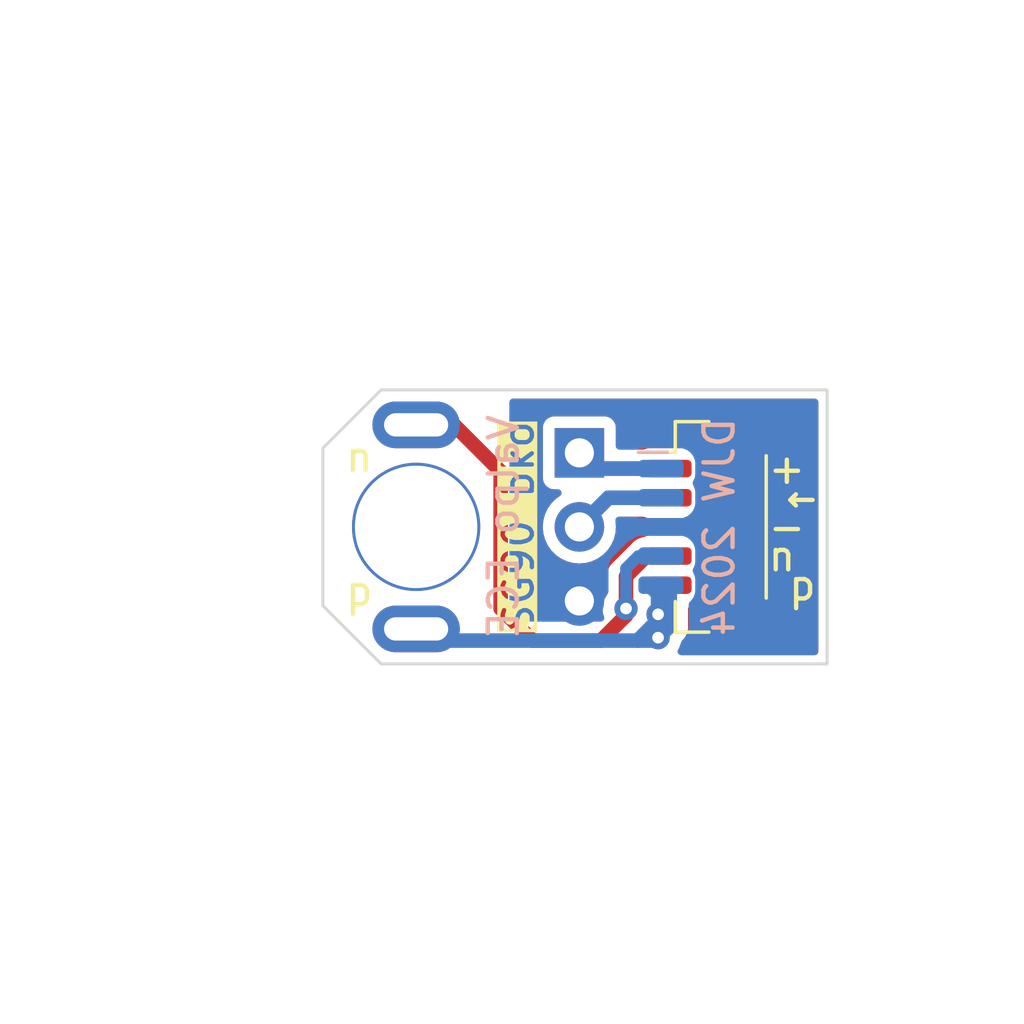
<source format=kicad_pcb>
(kicad_pcb (version 20221018) (generator pcbnew)
  (layers (0 "F.Cu" signal) (31 "B.Cu" signal) (34 "B.Paste" user) (35 "F.Paste" user) (36 "B.SilkS" user "B.Silkscreen") (37 "F.SilkS" user "F.Silkscreen") (38 "B.Mask" user) (39 "F.Mask" user) (44 "Edge.Cuts" user))
  (net 0 "")
  (net 1 "Net-(J1-Pin_1)")
  (net 2 "Net-(J1-Pin_2)")
  (net 3 "GND")
  (net 4 "/motn")
  (net 5 "/motp")
  (footprint "sg90:sg90_motor" (layer "F.Cu") (at 103.2 95.3)
    (fp_text reference "M1" hide)
    (fp_text value "Motor_DC" hide)
    (pad "" thru_hole circle (at 0 0) (size 4.4 4.4) (drill 4.2) (layers "*.Cu" "*.Mask"))
    (pad "1" thru_hole oval (at 0 3.5) (size 3 1.6) (drill oval 2.2 0.8) (layers "*.Cu" "*.Mask") (net 5 "/motp"))
    (pad "2" thru_hole oval (at 0 -3.5) (size 3 1.6) (drill oval 2.2 0.8) (layers "*.Cu" "*.Mask") (net 4 "/motn"))
  )
  (footprint "Connector_PinHeader_2.54mm:PinHeader_1x03_P2.54mm_Vertical" (layer "F.Cu") (at 108.8 92.76)
    (fp_text reference "J1" hide)
    (fp_text value "pot" hide)
    (pad "1" thru_hole rect (at 0 0) (size 1.7 1.7) (drill 1) (layers "*.Cu" "*.Mask") (net 1 "Net-(J1-Pin_1)"))
    (pad "2" thru_hole oval (at 0 2.54) (size 1.7 1.7) (drill 1) (layers "*.Cu" "*.Mask") (net 2 "Net-(J1-Pin_2)"))
    (pad "3" thru_hole oval (at 0 5.08) (size 1.7 1.7) (drill 1) (layers "*.Cu" "*.Mask") (net 3 "GND"))
  )
  (footprint "Connector_JST:JST_SH_BM05B-SRSS-TB_1x05-1MP_P1.00mm_Vertical" (layer "F.Cu") (at 113.2 95.3 -90)
    (fp_text reference "J2" hide)
    (fp_text value "Conn_01x05_MountingPin" hide)
    (fp_line (start -3.61 -0.04) (end -3.61 1.11) (stroke (width 0.12)) (layer "F.SilkS"))
    (fp_line (start -3.61 1.11) (end -2.56 1.11) (stroke (width 0.12)) (layer "F.SilkS"))
    (fp_line (start -2.56 1.11) (end -2.56 2.1) (stroke (width 0.12)) (layer "F.SilkS"))
    (fp_line (start -2.44 -2.01) (end 2.44 -2.01) (stroke (width 0.12)) (layer "F.SilkS"))
    (fp_line (start 3.61 -0.04) (end 3.61 1.11) (stroke (width 0.12)) (layer "F.SilkS"))
    (fp_line (start 3.61 1.11) (end 2.56 1.11) (stroke (width 0.12)) (layer "F.SilkS"))
    (pad "1" smd roundrect (at -2 1.325 270) (size 0.6 1.55) (layers "F.Cu" "F.Paste" "F.Mask") (net 1 "Net-(J1-Pin_1)"))
    (pad "2" smd roundrect (at -1 1.325 270) (size 0.6 1.55) (layers "F.Cu" "F.Paste" "F.Mask") (net 2 "Net-(J1-Pin_2)"))
    (pad "3" smd roundrect (at 0 1.325 270) (size 0.6 1.55) (layers "F.Cu" "F.Paste" "F.Mask") (net 3 "GND"))
    (pad "4" smd roundrect (at 1 1.325 270) (size 0.6 1.55) (layers "F.Cu" "F.Paste" "F.Mask") (net 4 "/motn"))
    (pad "5" smd roundrect (at 2 1.325 270) (size 0.6 1.55) (layers "F.Cu" "F.Paste" "F.Mask") (net 5 "/motp"))
    (pad "MP" smd roundrect (at -3.3 -1.2 270) (size 1.2 1.8) (layers "F.Cu" "F.Paste" "F.Mask") (roundrect_rratio 0.2083333333) (net 3 "GND"))
    (pad "MP" smd roundrect (at 3.3 -1.2 270) (size 1.2 1.8) (layers "F.Cu" "F.Paste" "F.Mask") (roundrect_rratio 0.2083333333) (net 3 "GND"))
  )
  (footprint "Connector_JST:JST_SH_SM05B-SRSS-TB_1x05-1MP_P1.00mm_Horizontal" (layer "B.Cu") (at 113.6 95.3 -90)
    (fp_text reference "J3" hide)
    (fp_text value "Conn_01x05_MountingPin" hide)
    (fp_line (start -2.56 1.785) (end -2.56 2.775) (stroke (width 0.12)) (layer "B.SilkS"))
    (pad "1" smd roundrect (at -2 2 270) (size 0.6 1.55) (layers "B.Cu" "B.Paste" "B.Mask") (net 1 "Net-(J1-Pin_1)"))
    (pad "2" smd roundrect (at -1 2 270) (size 0.6 1.55) (layers "B.Cu" "B.Paste" "B.Mask") (net 2 "Net-(J1-Pin_2)"))
    (pad "3" smd roundrect (at 0 2 270) (size 0.6 1.55) (layers "B.Cu" "B.Paste" "B.Mask") (net 3 "GND"))
    (pad "4" smd roundrect (at 1 2 270) (size 0.6 1.55) (layers "B.Cu" "B.Paste" "B.Mask") (net 4 "/motn"))
    (pad "5" smd roundrect (at 2 2 270) (size 0.6 1.55) (layers "B.Cu" "B.Paste" "B.Mask") (net 5 "/motp"))
    (pad "MP" smd roundrect (at -3.3 -1.875 270) (size 1.2 1.8) (layers "B.Cu" "B.Paste" "B.Mask") (roundrect_rratio 0.2083333333) (net 3 "GND"))
    (pad "MP" smd roundrect (at 3.3 -1.875 270) (size 1.2 1.8) (layers "B.Cu" "B.Paste" "B.Mask") (roundrect_rratio 0.2083333333) (net 3 "GND"))
  )
  (gr_poly (pts (xy 117.3 100) (xy 117.3 90.6) (xy 102 90.6) (xy 100 92.6) (xy 100 98) (xy 102 100)) (stroke (width 0.1)) (fill none) (layer "Edge.Cuts"))
  (gr_text "DJW 2024" (at 113.6 95.3 90) (layer "B.SilkS") (effects (font (size 1 1)) (justify mirror)))
  (gr_text "Valpo ECE" (at 106.2 95.3 90) (layer "B.SilkS") (effects (font (size 1 1)) (justify mirror)))
  (gr_text "SG90 bko" (at 107.3 95.3 90) (layer "F.SilkS" knockout) (effects (font (size 1 1)) (justify bottom)))
  (gr_text "n" (at 115.2 96.3) (layer "F.SilkS") (effects (font (size 1 1)) (justify left)))
  (gr_text "p" (at 100.7 97.5) (layer "F.SilkS") (effects (font (size 1 1)) (justify left)))
  (gr_text "p" (at 115.9 97.3) (layer "F.SilkS") (effects (font (size 1 1)) (justify left)))
  (gr_text "←" (at 115.7 94.3) (layer "F.SilkS") (effects (font (size 1 1)) (justify left)))
  (gr_text "n" (at 100.7 92.9) (layer "F.SilkS") (effects (font (size 1 1)) (justify left)))
  (gr_text "-" (at 115.2 95.3) (layer "F.SilkS") (effects (font (size 1 1)) (justify left)))
  (gr_text "+" (at 115.2 93.3) (layer "F.SilkS") (effects (font (size 1 1)) (justify left)))
  (segment (start 109.34 93.3) (end 108.8 92.76) (width 0.5) (layer "F.Cu") (net 1))
  (segment (start 111.875 93.3) (end 109.34 93.3) (width 0.5) (layer "F.Cu") (net 1))
  (segment (start 109.34 93.3) (end 108.8 92.76) (width 0.5) (layer "B.Cu") (net 1))
  (segment (start 111.5 93.3) (end 109.34 93.3) (width 0.5) (layer "B.Cu") (net 1))
  (segment (start 109.8 94.3) (end 108.8 95.3) (width 0.5) (layer "F.Cu") (net 2))
  (segment (start 111.875 94.3) (end 109.8 94.3) (width 0.5) (layer "F.Cu") (net 2))
  (segment (start 109.8 94.3) (end 108.8 95.3) (width 0.5) (layer "B.Cu") (net 2))
  (segment (start 111.5 94.3) (end 109.8 94.3) (width 0.5) (layer "B.Cu") (net 2))
  (segment (start 110.4 98.1) (end 110.4 98.339239) (width 0.5) (layer "F.Cu") (net 4))
  (segment (start 111.100001 96.3) (end 110.4 97.000001) (width 0.5) (layer "F.Cu") (net 4))
  (segment (start 106.1 98.1) (end 106.1 93.4) (width 0.5) (layer "F.Cu") (net 4))
  (segment (start 104.5 91.8) (end 103.2 91.8) (width 0.5) (layer "F.Cu") (net 4))
  (segment (start 109.539239 99.2) (end 107.2 99.2) (width 0.5) (layer "F.Cu") (net 4))
  (segment (start 110.4 98.339239) (end 109.539239 99.2) (width 0.5) (layer "F.Cu") (net 4))
  (segment (start 111.875 96.3) (end 111.100001 96.3) (width 0.5) (layer "F.Cu") (net 4))
  (segment (start 107.2 99.2) (end 106.1 98.1) (width 0.5) (layer "F.Cu") (net 4))
  (segment (start 106.1 93.4) (end 104.5 91.8) (width 0.5) (layer "F.Cu") (net 4))
  (segment (start 110.4 97.000001) (end 110.4 98.1) (width 0.5) (layer "F.Cu") (net 4))
  (via (at 110.4 98.1) (size 0.8) (drill 0.4) (layers "F.Cu" "B.Cu") (net 4))
  (segment (start 111.6 96.3) (end 110.825001 96.3) (width 0.4) (layer "B.Cu") (net 4))
  (segment (start 111.9 96.3) (end 111.125001 96.3) (width 0.5) (layer "B.Cu") (net 4))
  (segment (start 110.4 96.725001) (end 110.4 98.1) (width 0.4) (layer "B.Cu") (net 4))
  (segment (start 110.825001 96.3) (end 110.4 96.725001) (width 0.4) (layer "B.Cu") (net 4))
  (segment (start 111.875 98.725) (end 111.875 97.3) (width 0.5) (layer "F.Cu") (net 5))
  (segment (start 111.875 97.3) (end 111.875 97.925) (width 0.5) (layer "F.Cu") (net 5))
  (segment (start 111.875 97.925) (end 111.5 98.3) (width 0.5) (layer "F.Cu") (net 5))
  (segment (start 111.5 99.1) (end 111.875 98.725) (width 0.5) (layer "F.Cu") (net 5))
  (via (at 111.5 98.3) (size 0.8) (drill 0.4) (layers "F.Cu" "B.Cu") (net 5))
  (via (at 111.5 99.1) (size 0.8) (drill 0.4) (layers "F.Cu" "B.Cu") (net 5))
  (segment (start 111.5 99.1) (end 111.5 97.6) (width 0.5) (layer "B.Cu") (net 5))
  (segment (start 111.5 98.5) (end 111.5 98.3) (width 0.5) (layer "B.Cu") (net 5))
  (segment (start 103.6 99.2) (end 110.8 99.2) (width 0.5) (layer "B.Cu") (net 5))
  (segment (start 111.5 98.3) (end 111.5 99.1) (width 0.5) (layer "B.Cu") (net 5))
  (segment (start 111.9 97.9) (end 111.9 97.3) (width 0.5) (layer "B.Cu") (net 5))
  (segment (start 110.8 99.2) (end 111.5 98.5) (width 0.5) (layer "B.Cu") (net 5))
  (segment (start 111.9 97.3) (end 111.9 98.7) (width 0.5) (layer "B.Cu") (net 5))
  (segment (start 111.9 98.7) (end 111.5 99.1) (width 0.5) (layer "B.Cu") (net 5))
  (segment (start 103.2 98.8) (end 103.6 99.2) (width 0.5) (layer "B.Cu") (net 5))
  (segment (start 110.8 99.2) (end 111.4 99.2) (width 0.5) (layer "B.Cu") (net 5))
  (segment (start 111.4 99.2) (end 111.5 99.1) (width 0.5) (layer "B.Cu") (net 5))
  (segment (start 111.5 98.3) (end 111.9 97.9) (width 0.5) (layer "B.Cu") (net 5))
  (segment (start 111.5 97.6) (end 111.2 97.3) (width 0.5) (layer "B.Cu") (net 5))
  (zone (net 3) (net_name "GND") (layers "F&B.Cu") (connect_pads yes (clearance 0.4)) (min_thickness 0.25) (fill yes (thermal_gap 0.5) (thermal_bridge_width 0.5))
    (polygon (pts (xy 117 90.9) (xy 106.4 90.9) (xy 106.4 99.7) (xy 117 99.7)))
  )
)
</source>
